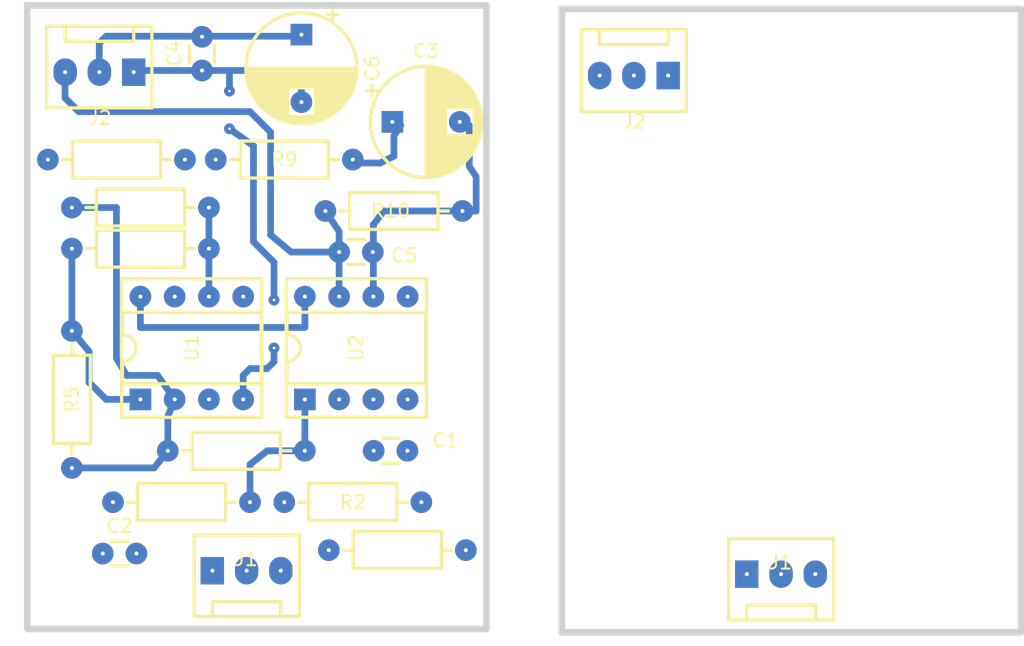
<source format=kicad_pcb>
(kicad_pcb (version 20221018) (generator pcbnew)
  (layers (0 "F.Cu" signal) (31 "B.Cu" signal) (34 "B.Paste" user) (35 "F.Paste" user) (36 "B.SilkS" user "B.Silkscreen") (37 "F.SilkS" user "F.Silkscreen") (38 "B.Mask" user) (39 "F.Mask" user) (44 "Edge.Cuts" user))
  (net 0 "")
  (net 1 "GND")
  (net 2 "Net-(U2A-+)")
  (net 3 "/in (-)")
  (net 4 "/in (+)")
  (net 5 "Net-(C3-Pad1)")
  (net 6 "Net-(U2B--)")
  (net 7 "+5V")
  (net 8 "/out")
  (net 9 "Net-(U2A--)")
  (net 10 "Net-(U1A--)")
  (net 11 "/drl")
  (net 12 "Net-(R5-Pad2)")
  (net 13 "Net-(U1B--)")
  (net 14 "Net-(R8-Pad2)")
  (footprint "Resistor_THT:R_Axial_DIN0207_L6.3mm_D2.5mm_P10.16mm_Horizontal" (layer "F.Cu") (at 17.018 32.512)
    (fp_text reference "R7" hide)
    (fp_text value "1k" hide)
    (pad "1" thru_hole circle (at 0 0) (size 1.6 1.6) (drill 0.3) (layers "*.Cu" "*.Mask") (net 12 "Net-(R5-Pad2)"))
    (pad "2" thru_hole oval (at 10.16 0) (size 1.6 1.6) (drill 0.3) (layers "*.Cu" "*.Mask") (net 13 "Net-(U1B--)"))
  )
  (footprint "Connector:FanPinHeader_1x03_P2.54mm_Vertical" (layer "F.Cu") (at 21.6 19.425 180)
    (fp_text reference "J2" (at 2.5 -3.4) (layer "F.SilkS"))
    (fp_text value "~")
    (pad "1" thru_hole rect (at 0 0 270) (size 2.03 1.73) (drill 0.3) (layers "*.Cu" "*.Mask") (net 1 "GND"))
    (pad "2" thru_hole oval (at 2.54 0 270) (size 2.03 1.73) (drill 0.3) (layers "*.Cu" "*.Mask") (net 7 "+5V"))
    (pad "3" thru_hole oval (at 5.08 0 270) (size 2.03 1.73) (drill 0.3) (layers "*.Cu" "*.Mask") (net 8 "/out"))
  )
  (footprint "Resistor_THT:R_Axial_DIN0207_L6.3mm_D2.5mm_P10.16mm_Horizontal" (layer "F.Cu") (at 30.226 51.308 180)
    (fp_text reference "R4" hide)
    (fp_text value "1k" hide)
    (pad "1" thru_hole circle (at 0 0 180) (size 1.6 1.6) (drill 0.3) (layers "*.Cu" "*.Mask") (net 9 "Net-(U2A--)"))
    (pad "2" thru_hole oval (at 10.16 0 180) (size 1.6 1.6) (drill 0.3) (layers "*.Cu" "*.Mask") (net 11 "/drl"))
  )
  (footprint "Resistor_THT:R_Axial_DIN0207_L6.3mm_D2.5mm_P10.16mm_Horizontal" (layer "F.Cu") (at 42.926 51.308 180)
    (fp_text reference "R2" (at 5.08 0) (layer "F.SilkS"))
    (fp_text value "10k" hide)
    (pad "1" thru_hole circle (at 0 0 180) (size 1.6 1.6) (drill 0.3) (layers "*.Cu" "*.Mask") (net 1 "GND"))
    (pad "2" thru_hole oval (at 10.16 0 180) (size 1.6 1.6) (drill 0.3) (layers "*.Cu" "*.Mask") (net 2 "Net-(U2A-+)"))
  )
  (footprint "Capacitor_THT:CP_Radial_D8.0mm_P5.00mm" (layer "F.Cu") (at 40.777349 23.114)
    (fp_text reference "C3" (at 2.5 -5.25) (layer "F.SilkS"))
    (fp_text value "47u" hide)
    (pad "1" thru_hole rect (at 0 0) (size 1.6 1.6) (drill 0.3) (layers "*.Cu" "*.Mask") (net 5 "Net-(C3-Pad1)"))
    (pad "2" thru_hole circle (at 5 0) (size 1.6 1.6) (drill 0.3) (layers "*.Cu" "*.Mask") (net 6 "Net-(U2B--)"))
  )
  (footprint "Resistor_THT:R_Axial_DIN0207_L6.3mm_D2.5mm_P10.16mm_Horizontal" (layer "F.Cu") (at 34.29 47.498 180)
    (fp_text reference "R3" hide)
    (fp_text value "10k" hide)
    (pad "1" thru_hole circle (at 0 0 180) (size 1.6 1.6) (drill 0.3) (layers "*.Cu" "*.Mask") (net 9 "Net-(U2A--)"))
    (pad "2" thru_hole oval (at 10.16 0 180) (size 1.6 1.6) (drill 0.3) (layers "*.Cu" "*.Mask") (net 10 "Net-(U1A--)"))
  )
  (footprint "Resistor_THT:R_Axial_DIN0207_L6.3mm_D2.5mm_P10.16mm_Horizontal" (layer "F.Cu") (at 25.4 25.908 180)
    (fp_text reference "R8" hide)
    (fp_text value "10k" hide)
    (pad "1" thru_hole circle (at 0 0 180) (size 1.6 1.6) (drill 0.3) (layers "*.Cu" "*.Mask") (net 13 "Net-(U1B--)"))
    (pad "2" thru_hole oval (at 10.16 0 180) (size 1.6 1.6) (drill 0.3) (layers "*.Cu" "*.Mask") (net 14 "Net-(R8-Pad2)"))
  )
  (footprint "Resistor_THT:R_Axial_DIN0207_L6.3mm_D2.5mm_P10.16mm_Horizontal" (layer "F.Cu") (at 17.018 48.768 90)
    (fp_text reference "R5" (at 5.08 0 90) (layer "F.SilkS"))
    (fp_text value "1k" hide)
    (pad "1" thru_hole circle (at 0 0 90) (size 1.6 1.6) (drill 0.3) (layers "*.Cu" "*.Mask") (net 10 "Net-(U1A--)"))
    (pad "2" thru_hole oval (at 10.16 0 90) (size 1.6 1.6) (drill 0.3) (layers "*.Cu" "*.Mask") (net 12 "Net-(R5-Pad2)"))
  )
  (footprint "Resistor_THT:R_Axial_DIN0207_L6.3mm_D2.5mm_P10.16mm_Horizontal" (layer "F.Cu") (at 17.018 29.464)
    (fp_text reference "R6" hide)
    (fp_text value "10R" hide)
    (pad "1" thru_hole circle (at 0 0) (size 1.6 1.6) (drill 0.3) (layers "*.Cu" "*.Mask") (net 10 "Net-(U1A--)"))
    (pad "2" thru_hole oval (at 10.16 0) (size 1.6 1.6) (drill 0.3) (layers "*.Cu" "*.Mask") (net 13 "Net-(U1B--)"))
  )
  (footprint "Resistor_THT:R_Axial_DIN0207_L6.3mm_D2.5mm_P10.16mm_Horizontal" (layer "F.Cu") (at 46.228 54.864 180)
    (fp_text reference "R1" hide)
    (fp_text value "10k" hide)
    (pad "1" thru_hole circle (at 0 0 180) (size 1.6 1.6) (drill 0.3) (layers "*.Cu" "*.Mask") (net 2 "Net-(U2A-+)"))
    (pad "2" thru_hole oval (at 10.16 0 180) (size 1.6 1.6) (drill 0.3) (layers "*.Cu" "*.Mask") (net 7 "+5V"))
  )
  (footprint "Capacitor_THT:C_Disc_D3.0mm_W1.6mm_P2.50mm" (layer "F.Cu") (at 41.89 47.498 180)
    (fp_text reference "C1" (at -2.834 0.762) (layer "F.SilkS"))
    (fp_text value "220n" hide)
    (pad "1" thru_hole circle (at 0 0 180) (size 1.6 1.6) (drill 0.3) (layers "*.Cu" "*.Mask") (net 1 "GND"))
    (pad "2" thru_hole circle (at 2.5 0 180) (size 1.6 1.6) (drill 0.3) (layers "*.Cu" "*.Mask") (net 2 "Net-(U2A-+)"))
  )
  (footprint "Capacitor_THT:C_Disc_D3.0mm_W1.6mm_P2.50mm" (layer "F.Cu") (at 19.304 55.118)
    (fp_text reference "C2" (at 1.25 -2.05) (layer "F.SilkS"))
    (fp_text value "2n2" hide)
    (pad "1" thru_hole circle (at 0 0) (size 1.6 1.6) (drill 0.3) (layers "*.Cu" "*.Mask") (net 3 "/in (-)"))
    (pad "2" thru_hole circle (at 2.5 0) (size 1.6 1.6) (drill 0.3) (layers "*.Cu" "*.Mask") (net 4 "/in (+)"))
  )
  (footprint "Connector:FanPinHeader_1x03_P2.54mm_Vertical" (layer "F.Cu") (at 61.224 19.679 180)
    (fp_text reference "J2" (at 2.5 -3.4) (layer "F.SilkS"))
    (fp_text value "~")
    (pad "1" thru_hole rect (at 0 0 270) (size 2.03 1.73) (drill 0.3) (layers "*.Cu" "*.Mask"))
    (pad "2" thru_hole oval (at 2.54 0 270) (size 2.03 1.73) (drill 0.3) (layers "*.Cu" "*.Mask"))
    (pad "3" thru_hole oval (at 5.08 0 270) (size 2.03 1.73) (drill 0.3) (layers "*.Cu" "*.Mask"))
  )
  (footprint "Capacitor_THT:CP_Radial_D8.0mm_P5.00mm" (layer "F.Cu") (at 34.036 16.647349 -90)
    (fp_text reference "C6" (at 2.5 -5.25 90) (layer "F.SilkS"))
    (fp_text value "100u" hide)
    (pad "1" thru_hole rect (at 0 0 270) (size 1.6 1.6) (drill 0.3) (layers "*.Cu" "*.Mask") (net 7 "+5V"))
    (pad "2" thru_hole circle (at 5 0 270) (size 1.6 1.6) (drill 0.3) (layers "*.Cu" "*.Mask") (net 1 "GND"))
  )
  (footprint "Package_DIP:DIP-8_W7.62mm_Socket" (layer "F.Cu") (at 34.29 43.688 90)
    (fp_text reference "U2" (at 3.81 3.81 90) (layer "F.SilkS"))
    (fp_text value "TL082" hide)
    (pad "1" thru_hole rect (at 0 0 90) (size 1.6 1.6) (drill 0.3) (layers "*.Cu" "*.Mask") (net 9 "Net-(U2A--)"))
    (pad "2" thru_hole oval (at 0 2.54 90) (size 1.6 1.6) (drill 0.3) (layers "*.Cu" "*.Mask") (net 9 "Net-(U2A--)"))
    (pad "3" thru_hole oval (at 0 5.08 90) (size 1.6 1.6) (drill 0.3) (layers "*.Cu" "*.Mask") (net 2 "Net-(U2A-+)"))
    (pad "4" thru_hole oval (at 0 7.62 90) (size 1.6 1.6) (drill 0.3) (layers "*.Cu" "*.Mask") (net 1 "GND"))
    (pad "5" thru_hole oval (at 7.62 7.62 90) (size 1.6 1.6) (drill 0.3) (layers "*.Cu" "*.Mask") (net 9 "Net-(U2A--)"))
    (pad "6" thru_hole oval (at 7.62 5.08 90) (size 1.6 1.6) (drill 0.3) (layers "*.Cu" "*.Mask") (net 6 "Net-(U2B--)"))
    (pad "7" thru_hole oval (at 7.62 2.54 90) (size 1.6 1.6) (drill 0.3) (layers "*.Cu" "*.Mask") (net 8 "/out"))
    (pad "8" thru_hole oval (at 7.62 0 90) (size 1.6 1.6) (drill 0.3) (layers "*.Cu" "*.Mask") (net 7 "+5V"))
  )
  (footprint "Resistor_THT:R_Axial_DIN0207_L6.3mm_D2.5mm_P10.16mm_Horizontal" (layer "F.Cu") (at 27.686 25.908)
    (fp_text reference "R9" (at 5.08 0) (layer "F.SilkS"))
    (fp_text value "1k" hide)
    (pad "1" thru_hole circle (at 0 0) (size 1.6 1.6) (drill 0.3) (layers "*.Cu" "*.Mask") (net 14 "Net-(R8-Pad2)"))
    (pad "2" thru_hole oval (at 10.16 0) (size 1.6 1.6) (drill 0.3) (layers "*.Cu" "*.Mask") (net 5 "Net-(C3-Pad1)"))
  )
  (footprint "Connector:FanPinHeader_1x03_P2.54mm_Vertical" (layer "F.Cu") (at 27.432 56.388)
    (fp_text reference "J1" (at 2.5 -0.86) (layer "F.SilkS"))
    (fp_text value "~")
    (pad "1" thru_hole rect (at 0 0 90) (size 2.03 1.73) (drill 0.3) (layers "*.Cu" "*.Mask") (net 11 "/drl"))
    (pad "2" thru_hole oval (at 2.54 0 90) (size 2.03 1.73) (drill 0.3) (layers "*.Cu" "*.Mask") (net 3 "/in (-)"))
    (pad "3" thru_hole oval (at 5.08 0 90) (size 2.03 1.73) (drill 0.3) (layers "*.Cu" "*.Mask") (net 4 "/in (+)"))
  )
  (footprint "Resistor_THT:R_Axial_DIN0207_L6.3mm_D2.5mm_P10.16mm_Horizontal" (layer "F.Cu") (at 45.974 29.718 180)
    (fp_text reference "R10" hide)
    (fp_text value "2M2" hide)
    (fp_text user "R10" (at 5.334 0 unlocked) (layer "F.SilkS"))
    (pad "1" thru_hole circle (at 0 0 180) (size 1.6 1.6) (drill 0.3) (layers "*.Cu" "*.Mask") (net 6 "Net-(U2B--)"))
    (pad "2" thru_hole oval (at 10.16 0 180) (size 1.6 1.6) (drill 0.3) (layers "*.Cu" "*.Mask") (net 8 "/out"))
  )
  (footprint "Capacitor_THT:C_Disc_D3.0mm_W1.6mm_P2.50mm" (layer "F.Cu") (at 26.67 19.304 90)
    (fp_text reference "C4" (at 1.25 -2.05 90) (layer "F.SilkS"))
    (fp_text value "100n" hide)
    (pad "1" thru_hole circle (at 0 0 90) (size 1.6 1.6) (drill 0.3) (layers "*.Cu" "*.Mask") (net 1 "GND"))
    (pad "2" thru_hole circle (at 2.5 0 90) (size 1.6 1.6) (drill 0.3) (layers "*.Cu" "*.Mask") (net 7 "+5V"))
  )
  (footprint "Capacitor_THT:C_Disc_D3.0mm_W1.6mm_P2.50mm" (layer "F.Cu") (at 39.33 32.766 180)
    (fp_text reference "C5" (at -2.326 -0.254) (layer "F.SilkS"))
    (fp_text value "47n" hide)
    (pad "1" thru_hole circle (at 0 0 180) (size 1.6 1.6) (drill 0.3) (layers "*.Cu" "*.Mask") (net 6 "Net-(U2B--)"))
    (pad "2" thru_hole circle (at 2.5 0 180) (size 1.6 1.6) (drill 0.3) (layers "*.Cu" "*.Mask") (net 8 "/out"))
  )
  (footprint "Package_DIP:DIP-8_W7.62mm_Socket" (layer "F.Cu") (at 22.098 43.688 90)
    (fp_text reference "U1" (at 3.81 3.81 90) (layer "F.SilkS"))
    (fp_text value "TL082" hide)
    (pad "1" thru_hole rect (at 0 0 90) (size 1.6 1.6) (drill 0.3) (layers "*.Cu" "*.Mask") (net 12 "Net-(R5-Pad2)"))
    (pad "2" thru_hole oval (at 0 2.54 90) (size 1.6 1.6) (drill 0.3) (layers "*.Cu" "*.Mask") (net 10 "Net-(U1A--)"))
    (pad "3" thru_hole oval (at 0 5.08 90) (size 1.6 1.6) (drill 0.3) (layers "*.Cu" "*.Mask") (net 3 "/in (-)"))
    (pad "4" thru_hole oval (at 0 7.62 90) (size 1.6 1.6) (drill 0.3) (layers "*.Cu" "*.Mask") (net 1 "GND"))
    (pad "5" thru_hole oval (at 7.62 7.62 90) (size 1.6 1.6) (drill 0.3) (layers "*.Cu" "*.Mask") (net 4 "/in (+)"))
    (pad "6" thru_hole oval (at 7.62 5.08 90) (size 1.6 1.6) (drill 0.3) (layers "*.Cu" "*.Mask") (net 13 "Net-(U1B--)"))
    (pad "7" thru_hole oval (at 7.62 2.54 90) (size 1.6 1.6) (drill 0.3) (layers "*.Cu" "*.Mask") (net 14 "Net-(R8-Pad2)"))
    (pad "8" thru_hole oval (at 7.62 0 90) (size 1.6 1.6) (drill 0.3) (layers "*.Cu" "*.Mask") (net 7 "+5V"))
  )
  (footprint "Connector:FanPinHeader_1x03_P2.54mm_Vertical" (layer "F.Cu") (at 67.056 56.642)
    (fp_text reference "J1" (at 2.5 -0.86) (layer "F.SilkS"))
    (fp_text value "~")
    (pad "1" thru_hole rect (at 0 0 90) (size 2.03 1.73) (drill 0.3) (layers "*.Cu" "*.Mask"))
    (pad "2" thru_hole oval (at 2.54 0 90) (size 2.03 1.73) (drill 0.3) (layers "*.Cu" "*.Mask"))
    (pad "3" thru_hole oval (at 5.08 0 90) (size 2.03 1.73) (drill 0.3) (layers "*.Cu" "*.Mask"))
  )
  (gr_line (start 21.082 41.91) (end 20.32 40.64) (stroke (width 0.5)) (layer "B.Cu"))
  (gr_line (start 40.894 24.13) (end 41.402 23.368) (stroke (width 0.5)) (layer "B.Cu"))
  (gr_line (start 31.75 31.496) (end 33.274 32.766) (stroke (width 0.5)) (layer "B.Cu"))
  (gr_line (start 46.482 23.368) (end 46.482 26.416) (stroke (width 0.5)) (layer "B.Cu"))
  (gr_line (start 22.098 36.068) (end 22.098 38.354) (stroke (width 0.5)) (layer "B.Cu"))
  (gr_line (start 28.702 23.622) (end 30.48 24.892) (stroke (width 0.5)) (layer "B.Cu"))
  (gr_line (start 31.496 41.402) (end 30.226 41.402) (stroke (width 0.5)) (layer "B.Cu"))
  (gr_rect (start 11.938 39.37) (end 11.938 39.37) (stroke (width 0.5)) (fill none) (layer "B.Cu"))
  (gr_line (start 32.004 39.878) (end 32.004 40.894) (stroke (width 0.5)) (layer "B.Cu"))
  (gr_line (start 31.75 23.876) (end 30.226 22.352) (stroke (width 0.5)) (layer "B.Cu"))
  (gr_line (start 34.29 38.354) (end 34.29 36.322) (stroke (width 0.5)) (layer "B.Cu"))
  (gr_line (start 17.526 22.352) (end 16.51 21.336) (stroke (width 0.5)) (layer "B.Cu"))
  (gr_line (start 31.75 31.496) (end 31.75 23.876) (stroke (width 0.5)) (layer "B.Cu"))
  (gr_line (start 40.132 29.718) (end 46.99 29.718) (stroke (width 0.5)) (layer "B.Cu"))
  (gr_line (start 19.05 17.272) (end 19.558 16.764) (stroke (width 0.5)) (layer "B.Cu"))
  (gr_line (start 24.638 43.688) (end 24.13 44.958) (stroke (width 0.5)) (layer "B.Cu"))
  (gr_line (start 28.702 19.304) (end 28.702 20.828) (stroke (width 0.5)) (layer "B.Cu"))
  (gr_line (start 30.48 24.892) (end 30.48 32.004) (stroke (width 0.5)) (layer "B.Cu"))
  (gr_line (start 29.718 41.91) (end 29.718 43.688) (stroke (width 0.5)) (layer "B.Cu"))
  (gr_line (start 27.178 36.068) (end 27.178 32.512) (stroke (width 0.5)) (layer "B.Cu"))
  (gr_line (start 23.114 48.768) (end 17.018 48.768) (stroke (width 0.5)) (layer "B.Cu"))
  (gr_line (start 24.638 43.688) (end 23.368 41.91) (stroke (width 0.5)) (layer "B.Cu"))
  (gr_line (start 39.37 32.766) (end 39.37 30.734) (stroke (width 0.5)) (layer "B.Cu"))
  (gr_line (start 27.178 32.512) (end 27.178 29.464) (stroke (width 0.5)) (layer "B.Cu"))
  (gr_line (start 19.558 16.764) (end 26.67 16.764) (stroke (width 0.5)) (layer "B.Cu"))
  (gr_line (start 39.37 30.734) (end 40.132 29.718) (stroke (width 0.5)) (layer "B.Cu"))
  (gr_line (start 32.004 33.528) (end 32.004 36.322) (stroke (width 0.5)) (layer "B.Cu"))
  (gr_line (start 34.29 47.498) (end 31.496 47.498) (stroke (width 0.5)) (layer "B.Cu"))
  (gr_line (start 39.878 26.162) (end 40.894 25.654) (stroke (width 0.5)) (layer "B.Cu"))
  (gr_line (start 30.226 22.352) (end 17.526 22.352) (stroke (width 0.5)) (layer "B.Cu"))
  (gr_line (start 26.67 19.304) (end 32.766 19.304) (stroke (width 0.5)) (layer "B.Cu"))
  (gr_line (start 29.718 41.91) (end 30.226 41.402) (stroke (width 0.5)) (layer "B.Cu"))
  (gr_line (start 39.37 36.068) (end 39.37 32.766) (stroke (width 0.5)) (layer "B.Cu"))
  (gr_line (start 36.83 32.766) (end 36.83 36.068) (stroke (width 0.5)) (layer "B.Cu"))
  (gr_line (start 30.48 32.004) (end 32.004 33.528) (stroke (width 0.5)) (layer "B.Cu"))
  (gr_line (start 36.83 32.766) (end 36.83 31.242) (stroke (width 0.5)) (layer "B.Cu"))
  (gr_line (start 36.83 32.766) (end 33.274 32.766) (stroke (width 0.5)) (layer "B.Cu"))
  (gr_line (start 46.99 27.178) (end 46.99 29.718) (stroke (width 0.5)) (layer "B.Cu"))
  (gr_line (start 46.482 26.416) (end 46.99 27.178) (stroke (width 0.5)) (layer "B.Cu"))
  (gr_line (start 32.766 19.304) (end 34.036 19.812) (stroke (width 0.5)) (layer "B.Cu"))
  (gr_line (start 19.558 43.688) (end 22.098 43.688) (stroke (width 0.5)) (layer "B.Cu"))
  (gr_line (start 17.018 32.512) (end 17.018 38.608) (stroke (width 0.5)) (layer "B.Cu"))
  (gr_line (start 20.32 29.464) (end 17.018 29.464) (stroke (width 0.5)) (layer "B.Cu"))
  (gr_line (start 30.226 48.514) (end 31.496 47.498) (stroke (width 0.5)) (layer "B.Cu"))
  (gr_line (start 18.288 40.132) (end 18.288 42.418) (stroke (width 0.5)) (layer "B.Cu"))
  (gr_line (start 37.846 26.162) (end 39.878 26.162) (stroke (width 0.5)) (layer "B.Cu"))
  (gr_line (start 23.368 41.91) (end 21.082 41.91) (stroke (width 0.5)) (layer "B.Cu"))
  (gr_line (start 16.51 21.336) (end 16.51 19.558) (stroke (width 0.5)) (layer "B.Cu"))
  (gr_line (start 30.226 51.308) (end 30.226 48.514) (stroke (width 0.5)) (layer "B.Cu"))
  (gr_line (start 34.29 43.688) (end 34.29 47.498) (stroke (width 0.5)) (layer "B.Cu"))
  (gr_line (start 20.32 40.64) (end 20.32 29.464) (stroke (width 0.5)) (layer "B.Cu"))
  (gr_line (start 31.496 41.402) (end 32.004 40.894) (stroke (width 0.5)) (layer "B.Cu"))
  (gr_line (start 40.894 25.654) (end 40.894 24.13) (stroke (width 0.5)) (layer "B.Cu"))
  (gr_line (start 34.29 38.354) (end 22.098 38.354) (stroke (width 0.5)) (layer "B.Cu"))
  (gr_line (start 19.05 19.304) (end 19.05 17.272) (stroke (width 0.5)) (layer "B.Cu"))
  (gr_line (start 21.59 19.304) (end 26.67 19.304) (stroke (width 0.5)) (layer "B.Cu"))
  (gr_line (start 18.288 42.418) (end 19.558 43.688) (stroke (width 0.5)) (layer "B.Cu"))
  (gr_line (start 36.83 31.242) (end 35.814 29.718) (stroke (width 0.5)) (layer "B.Cu"))
  (gr_line (start 24.13 44.958) (end 24.13 47.498) (stroke (width 0.5)) (layer "B.Cu"))
  (gr_line (start 17.018 38.608) (end 18.288 40.132) (stroke (width 0.5)) (layer "B.Cu"))
  (gr_line (start 24.13 47.498) (end 23.114 48.768) (stroke (width 0.5)) (layer "B.Cu"))
  (gr_line (start 34.036 16.764) (end 26.67 16.764) (stroke (width 0.5)) (layer "B.Cu"))
  (gr_line (start 34.036 19.812) (end 34.036 21.59) (stroke (width 0.5)) (layer "B.Cu"))
  (gr_rect (start 53.34 14.732) (end 87.376 60.96) (stroke (width 0.5)) (fill none) (layer "Edge.Cuts"))
  (gr_rect (start 13.716 14.478) (end 47.752 60.706) (stroke (width 0.5)) (fill none) (layer "Edge.Cuts"))
  (via (at 32.004 36.322) (size 0.8) (drill 0.2) (layers "F.Cu" "B.Cu") (net 0))
  (via (at 28.702 23.622) (size 0.8) (drill 0.2) (layers "F.Cu" "B.Cu") (net 0))
  (via (at 32.004 39.878) (size 0.8) (drill 0.2) (layers "F.Cu" "B.Cu") (net 0))
  (via (at 28.702 20.828) (size 0.8) (drill 0.2) (layers "F.Cu" "B.Cu") (net 0))
)
</source>
